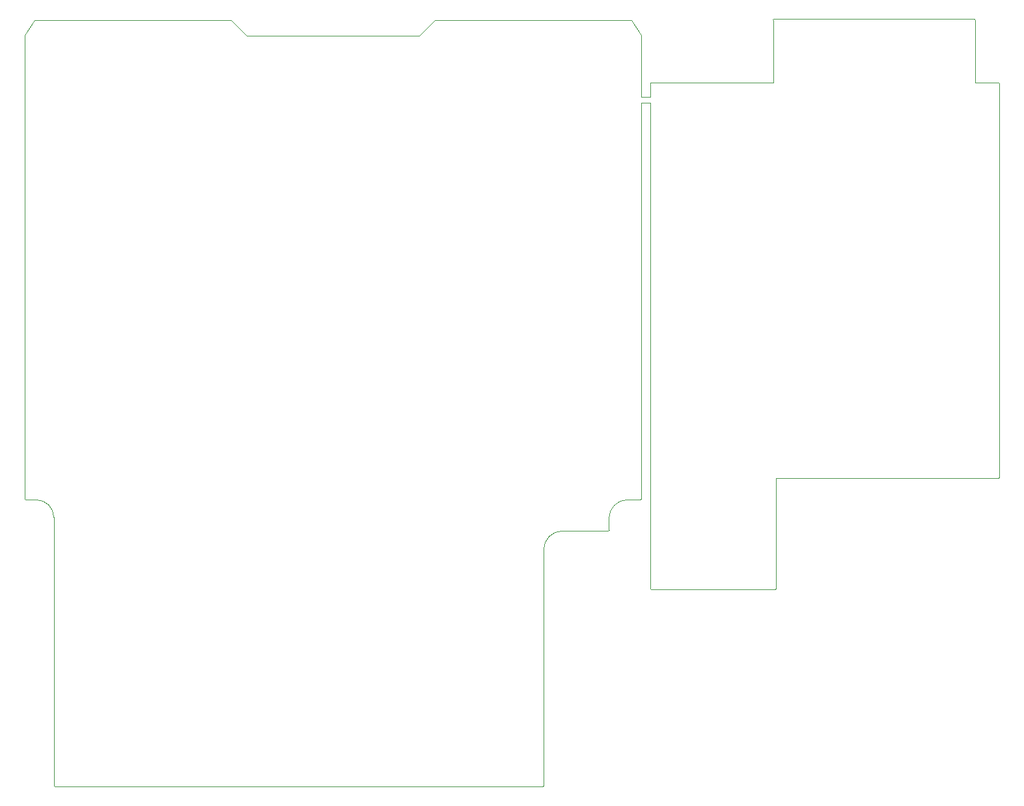
<source format=gbr>
%TF.GenerationSoftware,KiCad,Pcbnew,7.0.8*%
%TF.CreationDate,2024-06-17T23:50:34+02:00*%
%TF.ProjectId,Stima V4 Master,5374696d-6120-4563-9420-4d6173746572,rev?*%
%TF.SameCoordinates,Original*%
%TF.FileFunction,Profile,NP*%
%FSLAX46Y46*%
G04 Gerber Fmt 4.6, Leading zero omitted, Abs format (unit mm)*
G04 Created by KiCad (PCBNEW 7.0.8) date 2024-06-17 23:50:34*
%MOMM*%
%LPD*%
G01*
G04 APERTURE LIST*
%TA.AperFunction,Profile*%
%ADD10C,0.050000*%
%TD*%
G04 APERTURE END LIST*
D10*
X138490130Y-55186720D02*
X136462130Y-57214720D01*
X166573441Y-129296689D02*
X166573440Y-129296690D01*
X165314560Y-65924480D02*
X166460480Y-65924480D01*
X113990090Y-57214720D02*
X111962090Y-55186720D01*
X88900800Y-119901240D02*
X88913800Y-121831400D01*
X182815400Y-114819480D02*
X211798020Y-114819480D01*
X208723480Y-55156100D02*
G75*
G03*
X208623020Y-55055720I-100480J-100D01*
G01*
X165314560Y-117513100D02*
X165314560Y-65924480D01*
X166586020Y-129297480D02*
X182715020Y-129297480D01*
X164010770Y-55202020D02*
X163927250Y-55157320D01*
X211798020Y-114819500D02*
G75*
G03*
X211898400Y-114719100I-20J100400D01*
G01*
X208723400Y-63325720D02*
X208723400Y-55156100D01*
X111891110Y-55157320D02*
X86491110Y-55157320D01*
X88900800Y-119900330D02*
X88900800Y-119901240D01*
X155054180Y-121677480D02*
X161023180Y-121677480D01*
X85204180Y-117627320D02*
X86627790Y-117627320D01*
X85120660Y-57132420D02*
X85103800Y-57188100D01*
X152614560Y-154851100D02*
X152614560Y-124117100D01*
X182487640Y-63310720D02*
X166586020Y-63310720D01*
X138561110Y-55157320D02*
X138490130Y-55186720D01*
X161123560Y-121577100D02*
X161098400Y-121510630D01*
X155054180Y-121677460D02*
G75*
G03*
X152614560Y-124117100I20J-2439640D01*
G01*
X165297700Y-57132420D02*
X164010770Y-55202020D01*
X161023180Y-121677460D02*
G75*
G03*
X161123560Y-121577100I20J100360D01*
G01*
X211898480Y-63426100D02*
G75*
G03*
X211798020Y-63325720I-100480J-100D01*
G01*
X163538020Y-117613500D02*
G75*
G03*
X161098400Y-120053100I-20J-2439600D01*
G01*
X163538020Y-117613480D02*
X165189020Y-117613480D01*
X86407590Y-55202020D02*
X85120660Y-57132420D01*
X211898390Y-63427110D02*
X211898400Y-63426100D01*
X166460525Y-129197100D02*
G75*
G03*
X166573441Y-129296688I100375J0D01*
G01*
X88913800Y-121831400D02*
X88913800Y-154851100D01*
X88900880Y-119900330D02*
G75*
G03*
X86627790Y-117627320I-2273080J-70D01*
G01*
X166460480Y-65924480D02*
X166460480Y-129197100D01*
X182715020Y-129297500D02*
G75*
G03*
X182815400Y-129197100I-20J100400D01*
G01*
X166586020Y-63310740D02*
G75*
G03*
X166485640Y-63411100I-20J-100360D01*
G01*
X161098400Y-121510630D02*
X161098400Y-120053100D01*
X165201604Y-117612666D02*
G75*
G03*
X165314560Y-117513100I12596J99566D01*
G01*
X88913820Y-154851100D02*
G75*
G03*
X89014180Y-154951480I100380J0D01*
G01*
X211898400Y-114719100D02*
X211898390Y-63427110D01*
X208623020Y-55055720D02*
X182588020Y-55055720D01*
X86491110Y-55157320D02*
X86407590Y-55202020D01*
X182487640Y-55156100D02*
X182487640Y-63310720D01*
X89014180Y-154951480D02*
X152514180Y-154951480D01*
X182815400Y-129197100D02*
X182815400Y-114819480D01*
X211798020Y-63325720D02*
X208723400Y-63325720D01*
X85103880Y-117526940D02*
G75*
G03*
X85204180Y-117627320I100320J-60D01*
G01*
X166485640Y-63411100D02*
X166485640Y-65215720D01*
X136462130Y-57214720D02*
X113990090Y-57214720D01*
X85103800Y-57188100D02*
X85103800Y-117526940D01*
X165314560Y-65215720D02*
X165314560Y-57188100D01*
X163927250Y-55157320D02*
X138561110Y-55157320D01*
X165314560Y-57188100D02*
X165297700Y-57132420D01*
X111962090Y-55186720D02*
X111891110Y-55157320D01*
X165189020Y-117613480D02*
X165201601Y-117612689D01*
X166573440Y-129296690D02*
X166586020Y-129297480D01*
X182588020Y-55055740D02*
G75*
G03*
X182487640Y-55156100I-20J-100360D01*
G01*
X166485640Y-65215720D02*
X165314560Y-65215720D01*
X152514180Y-154951460D02*
G75*
G03*
X152614560Y-154851100I20J100360D01*
G01*
M02*

</source>
